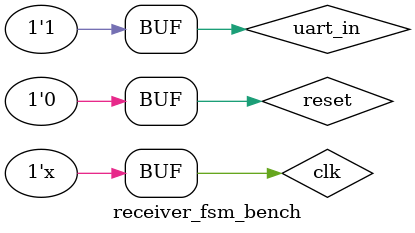
<source format=v>
/*
Author: Spence Johnston
Module: uart reciever
Purpose: Receives data from GPIO using the UART protocol.

Notes:
	receives input from TX. LEN = size of data
	even parity
	1 stop bit
	
	runs at 16x the baud rate. Because of this, samples on 8th clock pulse for data (the middle).
*/

module receiver_fsm
# (
	parameter LEN=8,
	parameter BAUD_MULT=16
) (
	input clk, reset, uart_in,
	output reg [LEN-1:0] char,
	output reg out_en
);

//states
localparam 
	IDLE = 0,
	START = 1,
	DATA = 2,
	PARITY = 3,
	END = 4,
	SEND = 5;

reg [2:0] state;

reg[3:0] data_count;
reg[5:0] cycle_count;

reg parity;

always @ ( posedge clk )
begin
	if (reset)
		state = IDLE;
	else
		case (state)
			IDLE:
			begin
				data_count = 0;
				cycle_count = 0;
				
				if(~uart_in)
					state = START;
				else
					state = state;
			end
			START://loop through start signal 
			begin
				if (cycle_count < 15) //because of 16x speed
				begin
					cycle_count = cycle_count + 1;
					state = state;
				end
				else
				begin
					cycle_count = 0;
					state = DATA;
				end
			end
			DATA://manage data. pole at 8th cycle, grab 8 bits
			begin
				if(data_count < 8)
				begin
					if( cycle_count < 15 )
					begin
						if( cycle_count == 8)
							char[data_count] = uart_in;					
						cycle_count = cycle_count + 1;
						state = state;
					end
					else
					begin
						data_count = data_count + 1;
						cycle_count = 0;
						state = state;
					end
				end
				else
				begin
					cycle_count = 0;
					state = PARITY;
				end
			end
			PARITY:
			begin
				if (cycle_count < 15) //because of 16x speed
				begin
					if (cycle_count == 8)
						parity = uart_in;
					cycle_count = cycle_count + 1;
					state = state;
				end
				else
				begin
					cycle_count = 0;
					state = END;
				end			
			end
			END:
			begin
				if (cycle_count < 14)//because of 16x speed. was 15, but took off 1 cycle for enable state.
				begin
					if (cycle_count == 8)
						if(uart_in)//& (parity == (char[0] ^ char[1] ^ ...)))
							state = SEND;
					cycle_count = cycle_count + 1;
					state = state;
				end
				else
				begin
					state = IDLE; //error if this is hit. Can add error handling later.
				end
			end
			SEND:
				state = IDLE;
		endcase
end

always @ (state)
begin
	case (state)
		IDLE,
		START,
		DATA,
		PARITY,
		END:
		begin
			out_en = 0;
		end
		SEND:
		begin
			out_en = 1;	
		end
	endcase
end
endmodule 

//TESTBENCH
module receiver_fsm_bench;

reg clk, reset, uart_in;
wire [7:0] char;
wire out_en;

receiver_fsm t0 (clk, reset, uart_in, char, out_en);

initial
begin
	clk = 1;
	reset = 1;
	uart_in = 1;
	
	#2 reset = 0;
	#2 uart_in = 0;
	#16 uart_in = 1;
	#16 uart_in = 0;
	#16 uart_in = 1;
end

always
begin
	#1 clk = ~clk;
end
endmodule 
</source>
